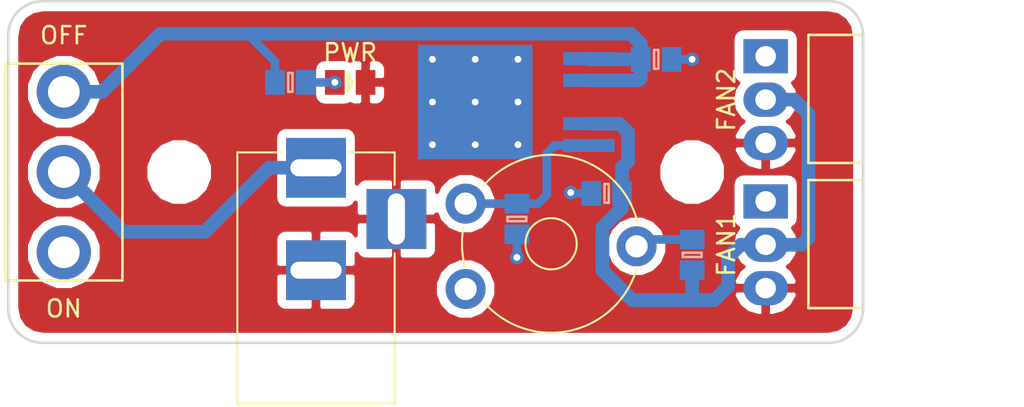
<source format=kicad_pcb>
(kicad_pcb (version 4) (host pcbnew 4.0.7-e2-6376~58~ubuntu16.04.1)

  (general
    (links 21)
    (no_connects 0)
    (area 49.924999 49.924999 100.075001 70.075001)
    (thickness 1.6)
    (drawings 8)
    (tracks 65)
    (zones 0)
    (modules 14)
    (nets 8)
  )

  (page A4)
  (layers
    (0 F.Cu signal)
    (31 B.Cu signal)
    (32 B.Adhes user)
    (33 F.Adhes user)
    (34 B.Paste user)
    (35 F.Paste user)
    (36 B.SilkS user)
    (37 F.SilkS user)
    (38 B.Mask user)
    (39 F.Mask user)
    (40 Dwgs.User user)
    (41 Cmts.User user)
    (42 Eco1.User user)
    (43 Eco2.User user)
    (44 Edge.Cuts user)
    (45 Margin user)
    (46 B.CrtYd user)
    (47 F.CrtYd user)
    (48 B.Fab user)
    (49 F.Fab user)
  )

  (setup
    (last_trace_width 0.8)
    (user_trace_width 0.5)
    (user_trace_width 0.8)
    (trace_clearance 0.25)
    (zone_clearance 0.508)
    (zone_45_only no)
    (trace_min 0.2)
    (segment_width 0.2)
    (edge_width 0.15)
    (via_size 0.8)
    (via_drill 0.4)
    (via_min_size 0.4)
    (via_min_drill 0.3)
    (uvia_size 0.3)
    (uvia_drill 0.1)
    (uvias_allowed no)
    (uvia_min_size 0.2)
    (uvia_min_drill 0.1)
    (pcb_text_width 0.3)
    (pcb_text_size 1.5 1.5)
    (mod_edge_width 0.15)
    (mod_text_size 1 1)
    (mod_text_width 0.15)
    (pad_size 6.7 6.7)
    (pad_drill 0)
    (pad_to_mask_clearance 0.2)
    (aux_axis_origin 0 0)
    (visible_elements 7FFFFF7F)
    (pcbplotparams
      (layerselection 0x00030_ffffffff)
      (usegerberextensions false)
      (excludeedgelayer true)
      (linewidth 0.100000)
      (plotframeref false)
      (viasonmask false)
      (mode 1)
      (useauxorigin false)
      (hpglpennumber 1)
      (hpglpenspeed 20)
      (hpglpendiameter 15)
      (hpglpenoverlay 2)
      (psnegative false)
      (psa4output false)
      (plotreference true)
      (plotvalue true)
      (plotinvisibletext false)
      (padsonsilk false)
      (subtractmaskfromsilk false)
      (outputformat 1)
      (mirror false)
      (drillshape 1)
      (scaleselection 1)
      (outputdirectory ""))
  )

  (net 0 "")
  (net 1 GND)
  (net 2 +12V)
  (net 3 "Net-(CON1-Pad1)")
  (net 4 "Net-(D1-Pad2)")
  (net 5 "Net-(C2-Pad1)")
  (net 6 "Net-(R3-Pad1)")
  (net 7 "Net-(R4-Pad2)")

  (net_class Default "This is the default net class."
    (clearance 0.25)
    (trace_width 0.25)
    (via_dia 0.8)
    (via_drill 0.4)
    (uvia_dia 0.3)
    (uvia_drill 0.1)
    (add_net +12V)
    (add_net GND)
    (add_net "Net-(C2-Pad1)")
    (add_net "Net-(CON1-Pad1)")
    (add_net "Net-(D1-Pad2)")
    (add_net "Net-(R3-Pad1)")
    (add_net "Net-(R4-Pad2)")
  )

  (module fan-me:A1xxxxCxxx (layer F.Cu) (tedit 5AEB53BE) (tstamp 5AE34356)
    (at 53.25 60 180)
    (path /5AE23148)
    (fp_text reference ON (at 0 -8 360) (layer F.SilkS)
      (effects (font (size 1 1) (thickness 0.15)))
    )
    (fp_text value OFF (at 0 8 360) (layer F.SilkS)
      (effects (font (size 1 1) (thickness 0.15)))
    )
    (fp_line (start -3.683 6.604) (end -3.683 -6.604) (layer F.CrtYd) (width 0.1))
    (fp_line (start 3.683 6.604) (end -3.683 6.604) (layer F.CrtYd) (width 0.1))
    (fp_line (start 3.683 -6.604) (end 3.683 6.604) (layer F.CrtYd) (width 0.1))
    (fp_line (start -3.683 -6.604) (end 3.683 -6.604) (layer F.CrtYd) (width 0.1))
    (fp_line (start -3.429 -6.35) (end 3.429 -6.35) (layer F.SilkS) (width 0.15))
    (fp_line (start -3.429 6.35) (end -3.429 -6.35) (layer F.SilkS) (width 0.15))
    (fp_line (start 3.429 6.35) (end -3.429 6.35) (layer F.SilkS) (width 0.15))
    (fp_line (start 3.429 -6.35) (end 3.429 6.35) (layer F.SilkS) (width 0.15))
    (pad 1 thru_hole circle (at 0 -4.699 180) (size 3.175 3.175) (drill 1.8542) (layers *.Cu *.Mask))
    (pad 2 thru_hole circle (at 0 0 180) (size 3.175 3.175) (drill 1.8542) (layers *.Cu *.Mask)
      (net 3 "Net-(CON1-Pad1)"))
    (pad 3 thru_hole circle (at 0 4.699 180) (size 3.175 3.175) (drill 1.8542) (layers *.Cu *.Mask)
      (net 2 +12V))
  )

  (module Connect:BARREL_JACK (layer F.Cu) (tedit 5AE8DE07) (tstamp 5ADFB2E5)
    (at 68 59.75 90)
    (descr "DC Barrel Jack")
    (tags "Power Jack")
    (path /5ADE4540)
    (fp_text reference CON1 (at -10 6 90) (layer F.SilkS) hide
      (effects (font (size 1 1) (thickness 0.15)))
    )
    (fp_text value BARREL_JACK (at -6.2 -5.5 90) (layer F.Fab) hide
      (effects (font (size 1 1) (thickness 0.15)))
    )
    (fp_line (start 0.8 -4.5) (end -13.7 -4.5) (layer F.Fab) (width 0.1))
    (fp_line (start 0.8 4.5) (end 0.8 -4.5) (layer F.Fab) (width 0.1))
    (fp_line (start -13.7 4.5) (end 0.8 4.5) (layer F.Fab) (width 0.1))
    (fp_line (start -13.7 -4.5) (end -13.7 4.5) (layer F.Fab) (width 0.1))
    (fp_line (start -10.2 -4.5) (end -10.2 4.5) (layer F.Fab) (width 0.1))
    (fp_line (start 0.9 -4.6) (end 0.9 -2) (layer F.SilkS) (width 0.12))
    (fp_line (start -13.8 -4.6) (end 0.9 -4.6) (layer F.SilkS) (width 0.12))
    (fp_line (start 0.9 4.6) (end -1 4.6) (layer F.SilkS) (width 0.12))
    (fp_line (start 0.9 1.9) (end 0.9 4.6) (layer F.SilkS) (width 0.12))
    (fp_line (start -13.8 4.6) (end -13.8 -4.6) (layer F.SilkS) (width 0.12))
    (fp_line (start -5 4.6) (end -13.8 4.6) (layer F.SilkS) (width 0.12))
    (fp_line (start -14 4.75) (end -14 -4.75) (layer F.CrtYd) (width 0.05))
    (fp_line (start -5 4.75) (end -14 4.75) (layer F.CrtYd) (width 0.05))
    (fp_line (start -5 6.75) (end -5 4.75) (layer F.CrtYd) (width 0.05))
    (fp_line (start -1 6.75) (end -5 6.75) (layer F.CrtYd) (width 0.05))
    (fp_line (start -1 4.75) (end -1 6.75) (layer F.CrtYd) (width 0.05))
    (fp_line (start 1 4.75) (end -1 4.75) (layer F.CrtYd) (width 0.05))
    (fp_line (start 1 2) (end 1 4.75) (layer F.CrtYd) (width 0.05))
    (fp_line (start 2 2) (end 1 2) (layer F.CrtYd) (width 0.05))
    (fp_line (start 2 -2) (end 2 2) (layer F.CrtYd) (width 0.05))
    (fp_line (start 1 -2) (end 2 -2) (layer F.CrtYd) (width 0.05))
    (fp_line (start 1 -4.5) (end 1 -2) (layer F.CrtYd) (width 0.05))
    (fp_line (start 1 -4.75) (end -14 -4.75) (layer F.CrtYd) (width 0.05))
    (fp_line (start 1 -4.5) (end 1 -4.75) (layer F.CrtYd) (width 0.05))
    (pad 3 thru_hole rect (at -3 4.7 90) (size 3.5 3.5) (drill oval 3 1) (layers *.Cu *.Mask)
      (net 1 GND))
    (pad 2 thru_hole rect (at -6 0 90) (size 3.5 3.5) (drill oval 1 3) (layers *.Cu *.Mask)
      (net 1 GND))
    (pad 1 thru_hole rect (at 0 0 90) (size 3.5 3.5) (drill oval 1 3) (layers *.Cu *.Mask)
      (net 3 "Net-(CON1-Pad1)"))
  )

  (module Potentiometers:Potentiometer_Trimmer_Piher_PT-10v10_Horizontal_Px10.0mm_Py5.0mm (layer F.Cu) (tedit 5AEB53EB) (tstamp 5AE2292A)
    (at 76.75 66.85)
    (descr "Potentiometer, horizontally mounted, Omeg PC16PU, Omeg PC16PU, Omeg PC16PU, Vishay/Spectrol 248GJ/249GJ Single, Vishay/Spectrol 248GJ/249GJ Single, Vishay/Spectrol 248GJ/249GJ Single, Vishay/Spectrol 248GH/249GH Single, Vishay/Spectrol 148/149 Single, Vishay/Spectrol 148/149 Single, Vishay/Spectrol 148/149 Single, Vishay/Spectrol 148A/149A Single with mounting plates, Vishay/Spectrol 148/149 Double, Vishay/Spectrol 148A/149A Double with mounting plates, Piher PC-16 Single, Piher PC-16 Single, Piher PC-16 Single, Piher PC-16SV Single, Piher PC-16 Double, Piher PC-16 Triple, Piher T16H Single, Piher T16L Single, Piher T16H Double, Alps RK163 Single, Alps RK163 Double, Alps RK097 Single, Alps RK097 Double, Bourns PTV09A-2 Single with mounting sleve Single, Bourns PTV09A-1 with mounting sleve Single, Bourns PRS11S Single, Alps RK09K Single with mounting sleve Single, Alps RK09K with mounting sleve Single, Alps RK09L Single, Alps RK09L Single, Alps RK09L Double, Alps RK09L Double, Alps RK09Y Single, Bourns 3339S Single, Bourns 3339S Single, Bourns 3339P Single, Bourns 3339H Single, Vishay T7YA Single, Suntan TSR-3386H Single, Suntan TSR-3386H Single, Suntan TSR-3386P Single, Vishay T73XX Single, Vishay T73XX Single, Vishay T73YP Single, Piher PT-6h Single, Piher PT-6v Single, Piher PT-6v Single, Piher PT-10h2.5 Single, Piher PT-10h5 Single, Piher PT-101h3.8 Single, Piher PT-10v10 Single, http://www.piher-nacesa.com/pdf/12-PT10v03.pdf")
    (tags "Potentiometer horizontal  Omeg PC16PU  Omeg PC16PU  Omeg PC16PU  Vishay/Spectrol 248GJ/249GJ Single  Vishay/Spectrol 248GJ/249GJ Single  Vishay/Spectrol 248GJ/249GJ Single  Vishay/Spectrol 248GH/249GH Single  Vishay/Spectrol 148/149 Single  Vishay/Spectrol 148/149 Single  Vishay/Spectrol 148/149 Single  Vishay/Spectrol 148A/149A Single with mounting plates  Vishay/Spectrol 148/149 Double  Vishay/Spectrol 148A/149A Double with mounting plates  Piher PC-16 Single  Piher PC-16 Single  Piher PC-16 Single  Piher PC-16SV Single  Piher PC-16 Double  Piher PC-16 Triple  Piher T16H Single  Piher T16L Single  Piher T16H Double  Alps RK163 Single  Alps RK163 Double  Alps RK097 Single  Alps RK097 Double  Bourns PTV09A-2 Single with mounting sleve Single  Bourns PTV09A-1 with mounting sleve Single  Bourns PRS11S Single  Alps RK09K Single with mounting sleve Single  Alps RK09K with mounting sleve Single  Alps RK09L Single  Alps RK09L Single  Alps RK09L Double  Alps RK09L Double  Alps RK09Y Single  Bourns 3339S Single  Bourns 3339S Single  Bourns 3339P Single  Bourns 3339H Single  Vishay T7YA Single  Suntan TSR-3386H Single  Suntan TSR-3386H Single  Suntan TSR-3386P Single  Vishay T73XX Single  Vishay T73XX Single  Vishay T73YP Single  Piher PT-6h Single  Piher PT-6v Single  Piher PT-6v Single  Piher PT-10h2.5 Single  Piher PT-10h5 Single  Piher PT-101h3.8 Single  Piher PT-10v10 Single")
    (path /5ADE5F10)
    (fp_text reference RV1 (at 5 -9.05) (layer F.SilkS) hide
      (effects (font (size 1 1) (thickness 0.15)))
    )
    (fp_text value 220k (at 5 3.75) (layer F.Fab) hide
      (effects (font (size 1 1) (thickness 0.15)))
    )
    (fp_arc (start 5 -2.65) (end 5 2.56) (angle -74) (layer F.SilkS) (width 0.12))
    (fp_arc (start 5 -2.65) (end 10.077 -3.821) (angle -127) (layer F.SilkS) (width 0.12))
    (fp_arc (start 5 -2.65) (end -0.115 -3.644) (angle -26) (layer F.SilkS) (width 0.12))
    (fp_arc (start 5 -2.65) (end 1.128 0.836) (angle -49) (layer F.SilkS) (width 0.12))
    (fp_circle (center 5 -2.65) (end 10.15 -2.65) (layer F.Fab) (width 0.1))
    (fp_circle (center 5 -2.65) (end 6.75 -2.65) (layer F.Fab) (width 0.1))
    (fp_circle (center 5 -2.65) (end 6.5 -2.65) (layer F.Fab) (width 0.1))
    (fp_circle (center 5 -2.65) (end 6.5 -2.65) (layer F.SilkS) (width 0.12))
    (fp_line (start -1.45 -8.05) (end -1.45 2.75) (layer F.CrtYd) (width 0.05))
    (fp_line (start -1.45 2.75) (end 11.45 2.75) (layer F.CrtYd) (width 0.05))
    (fp_line (start 11.45 2.75) (end 11.45 -8.05) (layer F.CrtYd) (width 0.05))
    (fp_line (start 11.45 -8.05) (end -1.45 -8.05) (layer F.CrtYd) (width 0.05))
    (pad 3 thru_hole circle (at 0 -5) (size 2.34 2.34) (drill 1.3) (layers *.Cu *.Mask)
      (net 6 "Net-(R3-Pad1)"))
    (pad 2 thru_hole circle (at 10 -2.5) (size 2.34 2.34) (drill 1.3) (layers *.Cu *.Mask)
      (net 7 "Net-(R4-Pad2)"))
    (pad 1 thru_hole circle (at 0 0) (size 2.34 2.34) (drill 1.3) (layers *.Cu *.Mask))
    (model Potentiometers.3dshapes/Potentiometer_Trimmer_Piher_PT-10v10_Horizontal_Px10.0mm_Py5.0mm.wrl
      (at (xyz 0 0 0))
      (scale (xyz 0.393701 0.393701 0.393701))
      (rotate (xyz 0 0 0))
    )
  )

  (module agg:0805 (layer B.Cu) (tedit 5AE8E012) (tstamp 5AEAB827)
    (at 87.9 53.4)
    (path /5AE8DA42)
    (fp_text reference C1 (at -2.425 0 90) (layer B.Fab) hide
      (effects (font (size 1 1) (thickness 0.15)) (justify mirror))
    )
    (fp_text value 1u (at 2.425 0 90) (layer B.Fab) hide
      (effects (font (size 1 1) (thickness 0.15)) (justify mirror))
    )
    (fp_line (start -1 0.625) (end 1 0.625) (layer B.Fab) (width 0.01))
    (fp_line (start 1 0.625) (end 1 -0.625) (layer B.Fab) (width 0.01))
    (fp_line (start 1 -0.625) (end -1 -0.625) (layer B.Fab) (width 0.01))
    (fp_line (start -1 -0.625) (end -1 0.625) (layer B.Fab) (width 0.01))
    (fp_line (start -0.5 0.625) (end -0.5 -0.625) (layer B.Fab) (width 0.01))
    (fp_line (start 0.5 0.625) (end 0.5 -0.625) (layer B.Fab) (width 0.01))
    (fp_line (start -0.125 0.55) (end 0.125 0.55) (layer B.SilkS) (width 0.15))
    (fp_line (start 0.125 0.55) (end 0.125 -0.55) (layer B.SilkS) (width 0.15))
    (fp_line (start 0.125 -0.55) (end -0.125 -0.55) (layer B.SilkS) (width 0.15))
    (fp_line (start -0.125 -0.55) (end -0.125 0.55) (layer B.SilkS) (width 0.15))
    (fp_line (start -1.75 1) (end 1.75 1) (layer B.CrtYd) (width 0.01))
    (fp_line (start 1.75 1) (end 1.75 -1) (layer B.CrtYd) (width 0.01))
    (fp_line (start 1.75 -1) (end -1.75 -1) (layer B.CrtYd) (width 0.01))
    (fp_line (start -1.75 -1) (end -1.75 1) (layer B.CrtYd) (width 0.01))
    (pad 1 smd rect (at -0.9 0) (size 1.15 1.45) (layers B.Cu B.Paste B.Mask)
      (net 2 +12V))
    (pad 2 smd rect (at 0.9 0) (size 1.15 1.45) (layers B.Cu B.Paste B.Mask)
      (net 1 GND))
    (model ${KISYS3DMOD}/Resistors_SMD.3dshapes/R_0805.wrl
      (at (xyz 0 0 0))
      (scale (xyz 1 1 1))
      (rotate (xyz 0 0 0))
    )
  )

  (module agg:0805 (layer B.Cu) (tedit 57654490) (tstamp 5AEAB83B)
    (at 85 61.25 180)
    (path /5AE8D9EF)
    (fp_text reference C2 (at -2.425 0 450) (layer B.Fab)
      (effects (font (size 1 1) (thickness 0.15)) (justify mirror))
    )
    (fp_text value 2u2 (at 2.425 0 450) (layer B.Fab)
      (effects (font (size 1 1) (thickness 0.15)) (justify mirror))
    )
    (fp_line (start -1 0.625) (end 1 0.625) (layer B.Fab) (width 0.01))
    (fp_line (start 1 0.625) (end 1 -0.625) (layer B.Fab) (width 0.01))
    (fp_line (start 1 -0.625) (end -1 -0.625) (layer B.Fab) (width 0.01))
    (fp_line (start -1 -0.625) (end -1 0.625) (layer B.Fab) (width 0.01))
    (fp_line (start -0.5 0.625) (end -0.5 -0.625) (layer B.Fab) (width 0.01))
    (fp_line (start 0.5 0.625) (end 0.5 -0.625) (layer B.Fab) (width 0.01))
    (fp_line (start -0.125 0.55) (end 0.125 0.55) (layer B.SilkS) (width 0.15))
    (fp_line (start 0.125 0.55) (end 0.125 -0.55) (layer B.SilkS) (width 0.15))
    (fp_line (start 0.125 -0.55) (end -0.125 -0.55) (layer B.SilkS) (width 0.15))
    (fp_line (start -0.125 -0.55) (end -0.125 0.55) (layer B.SilkS) (width 0.15))
    (fp_line (start -1.75 1) (end 1.75 1) (layer B.CrtYd) (width 0.01))
    (fp_line (start 1.75 1) (end 1.75 -1) (layer B.CrtYd) (width 0.01))
    (fp_line (start 1.75 -1) (end -1.75 -1) (layer B.CrtYd) (width 0.01))
    (fp_line (start -1.75 -1) (end -1.75 1) (layer B.CrtYd) (width 0.01))
    (pad 1 smd rect (at -0.9 0 180) (size 1.15 1.45) (layers B.Cu B.Paste B.Mask)
      (net 5 "Net-(C2-Pad1)"))
    (pad 2 smd rect (at 0.9 0 180) (size 1.15 1.45) (layers B.Cu B.Paste B.Mask)
      (net 1 GND))
    (model ${KISYS3DMOD}/Resistors_SMD.3dshapes/R_0805.wrl
      (at (xyz 0 0 0))
      (scale (xyz 1 1 1))
      (rotate (xyz 0 0 0))
    )
  )

  (module agg:0805-LED (layer F.Cu) (tedit 5AEB53D9) (tstamp 5AEAB83C)
    (at 70 54.75 180)
    (path /5ADE69DB)
    (fp_text reference PWR (at 0 1.75 360) (layer F.SilkS)
      (effects (font (size 1 1) (thickness 0.15)))
    )
    (fp_text value Led_Small (at 2.425 0 270) (layer F.Fab) hide
      (effects (font (size 1 1) (thickness 0.15)))
    )
    (fp_line (start -1 -0.625) (end 1 -0.625) (layer F.Fab) (width 0.01))
    (fp_line (start 1 -0.625) (end 1 0.625) (layer F.Fab) (width 0.01))
    (fp_line (start 1 0.625) (end -1 0.625) (layer F.Fab) (width 0.01))
    (fp_line (start -1 0.625) (end -1 -0.625) (layer F.Fab) (width 0.01))
    (fp_line (start -0.5 -0.625) (end -0.5 0.625) (layer F.Fab) (width 0.01))
    (fp_line (start -0.5 -0.625) (end -0.5 0.625) (layer F.Fab) (width 0.01))
    (fp_line (start 0.5 -0.625) (end 0.5 0.625) (layer F.Fab) (width 0.01))
    (fp_line (start -0.125 0) (end 0.125 -0.55) (layer F.SilkS) (width 0.15))
    (fp_line (start -0.125 0) (end 0.125 0.55) (layer F.SilkS) (width 0.15))
    (fp_line (start 0.125 -0.55) (end 0.125 0.55) (layer F.SilkS) (width 0.15))
    (fp_line (start -1.75 -1) (end 1.75 -1) (layer F.CrtYd) (width 0.01))
    (fp_line (start 1.75 -1) (end 1.75 1) (layer F.CrtYd) (width 0.01))
    (fp_line (start 1.75 1) (end -1.75 1) (layer F.CrtYd) (width 0.01))
    (fp_line (start -1.75 1) (end -1.75 -1) (layer F.CrtYd) (width 0.01))
    (pad 1 smd rect (at -0.9 0 180) (size 1.15 1.45) (layers F.Cu F.Paste F.Mask)
      (net 1 GND))
    (pad 2 smd rect (at 0.9 0 180) (size 1.15 1.45) (layers F.Cu F.Paste F.Mask)
      (net 4 "Net-(D1-Pad2)"))
    (model ${KISYS3DMOD}/LEDs.3dshapes/LED_0805.wrl
      (at (xyz -0.006 0 0))
      (scale (xyz 1 1 1))
      (rotate (xyz 0 0 0))
    )
  )

  (module agg:0805 (layer B.Cu) (tedit 57654490) (tstamp 5AEAB84F)
    (at 66.5 54.75)
    (path /5ADE6A41)
    (fp_text reference R1 (at -2.425 0 270) (layer B.Fab)
      (effects (font (size 1 1) (thickness 0.15)) (justify mirror))
    )
    (fp_text value 1k (at 2.425 0 270) (layer B.Fab)
      (effects (font (size 1 1) (thickness 0.15)) (justify mirror))
    )
    (fp_line (start -1 0.625) (end 1 0.625) (layer B.Fab) (width 0.01))
    (fp_line (start 1 0.625) (end 1 -0.625) (layer B.Fab) (width 0.01))
    (fp_line (start 1 -0.625) (end -1 -0.625) (layer B.Fab) (width 0.01))
    (fp_line (start -1 -0.625) (end -1 0.625) (layer B.Fab) (width 0.01))
    (fp_line (start -0.5 0.625) (end -0.5 -0.625) (layer B.Fab) (width 0.01))
    (fp_line (start 0.5 0.625) (end 0.5 -0.625) (layer B.Fab) (width 0.01))
    (fp_line (start -0.125 0.55) (end 0.125 0.55) (layer B.SilkS) (width 0.15))
    (fp_line (start 0.125 0.55) (end 0.125 -0.55) (layer B.SilkS) (width 0.15))
    (fp_line (start 0.125 -0.55) (end -0.125 -0.55) (layer B.SilkS) (width 0.15))
    (fp_line (start -0.125 -0.55) (end -0.125 0.55) (layer B.SilkS) (width 0.15))
    (fp_line (start -1.75 1) (end 1.75 1) (layer B.CrtYd) (width 0.01))
    (fp_line (start 1.75 1) (end 1.75 -1) (layer B.CrtYd) (width 0.01))
    (fp_line (start 1.75 -1) (end -1.75 -1) (layer B.CrtYd) (width 0.01))
    (fp_line (start -1.75 -1) (end -1.75 1) (layer B.CrtYd) (width 0.01))
    (pad 1 smd rect (at -0.9 0) (size 1.15 1.45) (layers B.Cu B.Paste B.Mask)
      (net 2 +12V))
    (pad 2 smd rect (at 0.9 0) (size 1.15 1.45) (layers B.Cu B.Paste B.Mask)
      (net 4 "Net-(D1-Pad2)"))
    (model ${KISYS3DMOD}/Resistors_SMD.3dshapes/R_0805.wrl
      (at (xyz 0 0 0))
      (scale (xyz 1 1 1))
      (rotate (xyz 0 0 0))
    )
  )

  (module agg:0805 (layer B.Cu) (tedit 57654490) (tstamp 5AEAB862)
    (at 79.75 62.75 270)
    (path /5AE37B13)
    (fp_text reference R3 (at -2.425 0 540) (layer B.Fab)
      (effects (font (size 1 1) (thickness 0.15)) (justify mirror))
    )
    (fp_text value 30k (at 2.425 0 540) (layer B.Fab)
      (effects (font (size 1 1) (thickness 0.15)) (justify mirror))
    )
    (fp_line (start -1 0.625) (end 1 0.625) (layer B.Fab) (width 0.01))
    (fp_line (start 1 0.625) (end 1 -0.625) (layer B.Fab) (width 0.01))
    (fp_line (start 1 -0.625) (end -1 -0.625) (layer B.Fab) (width 0.01))
    (fp_line (start -1 -0.625) (end -1 0.625) (layer B.Fab) (width 0.01))
    (fp_line (start -0.5 0.625) (end -0.5 -0.625) (layer B.Fab) (width 0.01))
    (fp_line (start 0.5 0.625) (end 0.5 -0.625) (layer B.Fab) (width 0.01))
    (fp_line (start -0.125 0.55) (end 0.125 0.55) (layer B.SilkS) (width 0.15))
    (fp_line (start 0.125 0.55) (end 0.125 -0.55) (layer B.SilkS) (width 0.15))
    (fp_line (start 0.125 -0.55) (end -0.125 -0.55) (layer B.SilkS) (width 0.15))
    (fp_line (start -0.125 -0.55) (end -0.125 0.55) (layer B.SilkS) (width 0.15))
    (fp_line (start -1.75 1) (end 1.75 1) (layer B.CrtYd) (width 0.01))
    (fp_line (start 1.75 1) (end 1.75 -1) (layer B.CrtYd) (width 0.01))
    (fp_line (start 1.75 -1) (end -1.75 -1) (layer B.CrtYd) (width 0.01))
    (fp_line (start -1.75 -1) (end -1.75 1) (layer B.CrtYd) (width 0.01))
    (pad 1 smd rect (at -0.9 0 270) (size 1.15 1.45) (layers B.Cu B.Paste B.Mask)
      (net 6 "Net-(R3-Pad1)"))
    (pad 2 smd rect (at 0.9 0 270) (size 1.15 1.45) (layers B.Cu B.Paste B.Mask)
      (net 1 GND))
    (model ${KISYS3DMOD}/Resistors_SMD.3dshapes/R_0805.wrl
      (at (xyz 0 0 0))
      (scale (xyz 1 1 1))
      (rotate (xyz 0 0 0))
    )
  )

  (module agg:0805 (layer B.Cu) (tedit 57654490) (tstamp 5AEAB875)
    (at 90 64.85 90)
    (path /5AE239DB)
    (fp_text reference R4 (at -2.425 0 360) (layer B.Fab)
      (effects (font (size 1 1) (thickness 0.15)) (justify mirror))
    )
    (fp_text value 200k (at 2.425 0 360) (layer B.Fab)
      (effects (font (size 1 1) (thickness 0.15)) (justify mirror))
    )
    (fp_line (start -1 0.625) (end 1 0.625) (layer B.Fab) (width 0.01))
    (fp_line (start 1 0.625) (end 1 -0.625) (layer B.Fab) (width 0.01))
    (fp_line (start 1 -0.625) (end -1 -0.625) (layer B.Fab) (width 0.01))
    (fp_line (start -1 -0.625) (end -1 0.625) (layer B.Fab) (width 0.01))
    (fp_line (start -0.5 0.625) (end -0.5 -0.625) (layer B.Fab) (width 0.01))
    (fp_line (start 0.5 0.625) (end 0.5 -0.625) (layer B.Fab) (width 0.01))
    (fp_line (start -0.125 0.55) (end 0.125 0.55) (layer B.SilkS) (width 0.15))
    (fp_line (start 0.125 0.55) (end 0.125 -0.55) (layer B.SilkS) (width 0.15))
    (fp_line (start 0.125 -0.55) (end -0.125 -0.55) (layer B.SilkS) (width 0.15))
    (fp_line (start -0.125 -0.55) (end -0.125 0.55) (layer B.SilkS) (width 0.15))
    (fp_line (start -1.75 1) (end 1.75 1) (layer B.CrtYd) (width 0.01))
    (fp_line (start 1.75 1) (end 1.75 -1) (layer B.CrtYd) (width 0.01))
    (fp_line (start 1.75 -1) (end -1.75 -1) (layer B.CrtYd) (width 0.01))
    (fp_line (start -1.75 -1) (end -1.75 1) (layer B.CrtYd) (width 0.01))
    (pad 1 smd rect (at -0.9 0 90) (size 1.15 1.45) (layers B.Cu B.Paste B.Mask)
      (net 5 "Net-(C2-Pad1)"))
    (pad 2 smd rect (at 0.9 0 90) (size 1.15 1.45) (layers B.Cu B.Paste B.Mask)
      (net 7 "Net-(R4-Pad2)"))
    (model ${KISYS3DMOD}/Resistors_SMD.3dshapes/R_0805.wrl
      (at (xyz 0 0 0))
      (scale (xyz 1 1 1))
      (rotate (xyz 0 0 0))
    )
  )

  (module fan-me:PPAK (layer B.Cu) (tedit 5AEB623C) (tstamp 5AEAB956)
    (at 82.461934 55.899242 270)
    (path /5AE8D760)
    (fp_text reference U1 (at 0 -6.35 270) (layer B.SilkS) hide
      (effects (font (size 1 1) (thickness 0.15)) (justify mirror))
    )
    (fp_text value LDFPT-TR (at 0 9.779 270) (layer B.Fab) hide
      (effects (font (size 1 1) (thickness 0.15)) (justify mirror))
    )
    (fp_line (start -3.81 -3.429) (end -3.81 8.89) (layer B.CrtYd) (width 0.1))
    (fp_line (start 3.81 -3.429) (end -3.81 -3.429) (layer B.CrtYd) (width 0.1))
    (fp_line (start 3.81 8.89) (end 3.81 -3.429) (layer B.CrtYd) (width 0.1))
    (fp_line (start -3.81 8.89) (end 3.81 8.89) (layer B.CrtYd) (width 0.1))
    (pad 3 smd rect (at 0 5.15 270) (size 6.7 6.7) (layers B.Cu B.Paste B.Mask)
      (net 1 GND))
    (pad 1 smd rect (at -2.54 -1.5 270) (size 0.76 3) (layers B.Cu B.Paste B.Mask)
      (net 2 +12V))
    (pad 2 smd rect (at -1.27 -1.5 270) (size 0.76 3) (layers B.Cu B.Paste B.Mask)
      (net 2 +12V))
    (pad 4 smd rect (at 1.27 -1.5 270) (size 0.76 3) (layers B.Cu B.Paste B.Mask)
      (net 5 "Net-(C2-Pad1)"))
    (pad 5 smd rect (at 2.54 -1.5 270) (size 0.76 3) (layers B.Cu B.Paste B.Mask)
      (net 6 "Net-(R3-Pad1)"))
  )

  (module Mounting_Holes:MountingHole_2.7mm_M2.5 (layer F.Cu) (tedit 5AF0BED6) (tstamp 5AEBBFDA)
    (at 90 60)
    (descr "Mounting Hole 2.7mm, no annular, M2.5")
    (tags "mounting hole 2.7mm no annular m2.5")
    (attr virtual)
    (fp_text reference REF** (at 0 -3.7) (layer F.SilkS) hide
      (effects (font (size 1 1) (thickness 0.15)))
    )
    (fp_text value MountingHole_3.2mm_M3 (at 0 3.7) (layer F.Fab) hide
      (effects (font (size 1 1) (thickness 0.15)))
    )
    (fp_text user %R (at 0.3 0) (layer F.Fab) hide
      (effects (font (size 1 1) (thickness 0.15)))
    )
    (fp_circle (center 0 0) (end 2.7 0) (layer Cmts.User) (width 0.15))
    (fp_circle (center 0 0) (end 2.95 0) (layer F.CrtYd) (width 0.05))
    (pad 1 np_thru_hole circle (at 0 0) (size 2.7 2.7) (drill 2.7) (layers *.Cu *.Mask))
  )

  (module Mounting_Holes:MountingHole_2.7mm_M2.5 (layer F.Cu) (tedit 5AF0BEE8) (tstamp 5AEBC006)
    (at 60 60)
    (descr "Mounting Hole 2.7mm, no annular, M2.5")
    (tags "mounting hole 2.7mm no annular m2.5")
    (attr virtual)
    (fp_text reference REF** (at 0 -3.7) (layer F.SilkS) hide
      (effects (font (size 1 1) (thickness 0.15)))
    )
    (fp_text value MountingHole_3.2mm_M3 (at 0 3.7) (layer F.Fab) hide
      (effects (font (size 1 1) (thickness 0.15)))
    )
    (fp_text user %R (at 0.3 0) (layer F.Fab) hide
      (effects (font (size 1 1) (thickness 0.15)))
    )
    (fp_circle (center 0 0) (end 2.7 0) (layer Cmts.User) (width 0.15))
    (fp_circle (center 0 0) (end 2.95 0) (layer F.CrtYd) (width 0.05))
    (pad 1 np_thru_hole circle (at 0 0) (size 2.7 2.7) (drill 2.7) (layers *.Cu *.Mask))
  )

  (module fan-me:Molex_KK-6410-03_03x2.54mm_Angle (layer F.Cu) (tedit 5AF18430) (tstamp 5AE22929)
    (at 94.3 61.72 270)
    (descr "Connector Headers with Friction Lock, 22-27-2031, http://www.molex.com/pdm_docs/sd/022272021_sd.pdf")
    (tags "connector molex kk_6410 22-27-2031")
    (path /5AE224FF)
    (fp_text reference J2 (at 1 -4.5 270) (layer F.SilkS) hide
      (effects (font (size 1 1) (thickness 0.15)))
    )
    (fp_text value FAN1 (at 2.54 2.3 270) (layer F.SilkS)
      (effects (font (size 1 1) (thickness 0.15)))
    )
    (fp_line (start 5.04 -13.2) (end 4.99 -14.2) (layer F.Fab) (width 0.15))
    (fp_line (start 5.04 -13.2) (end 5.04 -5.7) (layer F.Fab) (width 0.15))
    (fp_line (start 0.09 -14.2) (end 4.99 -14.2) (layer F.Fab) (width 0.15))
    (fp_line (start 0.04 -5.7) (end 0.04 -13.2) (layer F.Fab) (width 0.15))
    (fp_line (start 0.3 -12.7) (end 0.3 -5.7) (layer F.Fab) (width 0.15))
    (fp_line (start -0.3 -12.7) (end 0.3 -12.7) (layer F.Fab) (width 0.15))
    (fp_line (start -0.3 -5.7) (end -0.3 -12.7) (layer F.Fab) (width 0.15))
    (fp_line (start 6.25 -2.5) (end -1.25 -2.5) (layer F.Fab) (width 0.15))
    (fp_line (start 6.25 -5.7) (end 6.25 -2.5) (layer F.Fab) (width 0.15))
    (fp_line (start -1.25 -5.7) (end 6.25 -5.7) (layer F.Fab) (width 0.15))
    (fp_line (start -1.25 -2.5) (end -1.25 -5.7) (layer F.Fab) (width 0.15))
    (fp_line (start -0.3 0.3) (end -0.3 -2.5) (layer F.Fab) (width 0.15))
    (fp_line (start 0.3 0.3) (end 0.3 -2.5) (layer F.Fab) (width 0.15))
    (fp_line (start -0.3 0.3) (end 0.3 0.3) (layer F.Fab) (width 0.15))
    (fp_line (start -1.25 -5.7) (end -1.25 -2.5) (layer F.SilkS) (width 0.15))
    (fp_line (start 6.25 -5.7) (end -1.25 -5.7) (layer F.SilkS) (width 0.15))
    (fp_line (start 6.25 -2.5) (end 6.25 -5.7) (layer F.SilkS) (width 0.15))
    (fp_line (start -1.25 -2.5) (end 6.25 -2.5) (layer F.SilkS) (width 0.15))
    (fp_line (start -1.9 2.2) (end -1.9 -15.1) (layer F.CrtYd) (width 0.05))
    (fp_line (start -1.9 -15.1) (end 7 -15.1) (layer F.CrtYd) (width 0.05))
    (fp_line (start 7 -15.1) (end 7 2.2) (layer F.CrtYd) (width 0.05))
    (fp_line (start 7 2.2) (end -1.9 2.2) (layer F.CrtYd) (width 0.05))
    (fp_line (start 2.24 0.3) (end 2.24 -2.5) (layer F.Fab) (width 0.15))
    (fp_line (start 2.84 0.3) (end 2.84 -2.5) (layer F.Fab) (width 0.15))
    (fp_line (start 2.24 0.3) (end 2.84 0.3) (layer F.Fab) (width 0.15))
    (fp_line (start 4.78 0.3) (end 4.78 -2.5) (layer F.Fab) (width 0.15))
    (fp_line (start 5.38 0.3) (end 5.38 -2.5) (layer F.Fab) (width 0.15))
    (fp_line (start 4.78 0.3) (end 5.38 0.3) (layer F.Fab) (width 0.15))
    (fp_line (start 2.24 -12.7) (end 2.84 -12.7) (layer F.Fab) (width 0.15))
    (fp_line (start 2.24 -5.7) (end 2.24 -12.7) (layer F.Fab) (width 0.15))
    (fp_line (start 2.84 -12.7) (end 2.84 -5.7) (layer F.Fab) (width 0.15))
    (fp_line (start 4.78 -12.7) (end 5.38 -12.7) (layer F.Fab) (width 0.15))
    (fp_line (start 4.78 -5.7) (end 4.78 -12.7) (layer F.Fab) (width 0.15))
    (fp_line (start 5.38 -12.7) (end 5.38 -5.7) (layer F.Fab) (width 0.15))
    (fp_line (start 0.04 -13.2) (end 0.09 -14.2) (layer F.Fab) (width 0.15))
    (pad 1 thru_hole rect (at 0 0 270) (size 2 2.6) (drill 1.2) (layers *.Cu *.Mask))
    (pad 2 thru_hole oval (at 2.54 0 270) (size 2 2.6) (drill 1.2) (layers *.Cu *.Mask)
      (net 5 "Net-(C2-Pad1)"))
    (pad 3 thru_hole oval (at 5.08 0 270) (size 2 2.6) (drill 1.2) (layers *.Cu *.Mask)
      (net 1 GND))
  )

  (module fan-me:Molex_KK-6410-03_03x2.54mm_Angle (layer F.Cu) (tedit 5AF18421) (tstamp 5AE22904)
    (at 94.3 53.22 270)
    (descr "Connector Headers with Friction Lock, 22-27-2031, http://www.molex.com/pdm_docs/sd/022272021_sd.pdf")
    (tags "connector molex kk_6410 22-27-2031")
    (path /5AE22544)
    (fp_text reference J1 (at 1 -4.5 270) (layer F.SilkS) hide
      (effects (font (size 1 1) (thickness 0.15)))
    )
    (fp_text value FAN2 (at 2.54 2.3 270) (layer F.SilkS)
      (effects (font (size 1 1) (thickness 0.15)))
    )
    (fp_line (start 5.04 -13.2) (end 4.99 -14.2) (layer F.Fab) (width 0.15))
    (fp_line (start 5.04 -13.2) (end 5.04 -5.7) (layer F.Fab) (width 0.15))
    (fp_line (start 0.09 -14.2) (end 4.99 -14.2) (layer F.Fab) (width 0.15))
    (fp_line (start 0.04 -5.7) (end 0.04 -13.2) (layer F.Fab) (width 0.15))
    (fp_line (start 0.3 -12.7) (end 0.3 -5.7) (layer F.Fab) (width 0.15))
    (fp_line (start -0.3 -12.7) (end 0.3 -12.7) (layer F.Fab) (width 0.15))
    (fp_line (start -0.3 -5.7) (end -0.3 -12.7) (layer F.Fab) (width 0.15))
    (fp_line (start 6.25 -2.5) (end -1.25 -2.5) (layer F.Fab) (width 0.15))
    (fp_line (start 6.25 -5.7) (end 6.25 -2.5) (layer F.Fab) (width 0.15))
    (fp_line (start -1.25 -5.7) (end 6.25 -5.7) (layer F.Fab) (width 0.15))
    (fp_line (start -1.25 -2.5) (end -1.25 -5.7) (layer F.Fab) (width 0.15))
    (fp_line (start -0.3 0.3) (end -0.3 -2.5) (layer F.Fab) (width 0.15))
    (fp_line (start 0.3 0.3) (end 0.3 -2.5) (layer F.Fab) (width 0.15))
    (fp_line (start -0.3 0.3) (end 0.3 0.3) (layer F.Fab) (width 0.15))
    (fp_line (start -1.25 -5.7) (end -1.25 -2.5) (layer F.SilkS) (width 0.15))
    (fp_line (start 6.25 -5.7) (end -1.25 -5.7) (layer F.SilkS) (width 0.15))
    (fp_line (start 6.25 -2.5) (end 6.25 -5.7) (layer F.SilkS) (width 0.15))
    (fp_line (start -1.25 -2.5) (end 6.25 -2.5) (layer F.SilkS) (width 0.15))
    (fp_line (start -1.9 2.2) (end -1.9 -15.1) (layer F.CrtYd) (width 0.05))
    (fp_line (start -1.9 -15.1) (end 7 -15.1) (layer F.CrtYd) (width 0.05))
    (fp_line (start 7 -15.1) (end 7 2.2) (layer F.CrtYd) (width 0.05))
    (fp_line (start 7 2.2) (end -1.9 2.2) (layer F.CrtYd) (width 0.05))
    (fp_line (start 2.24 0.3) (end 2.24 -2.5) (layer F.Fab) (width 0.15))
    (fp_line (start 2.84 0.3) (end 2.84 -2.5) (layer F.Fab) (width 0.15))
    (fp_line (start 2.24 0.3) (end 2.84 0.3) (layer F.Fab) (width 0.15))
    (fp_line (start 4.78 0.3) (end 4.78 -2.5) (layer F.Fab) (width 0.15))
    (fp_line (start 5.38 0.3) (end 5.38 -2.5) (layer F.Fab) (width 0.15))
    (fp_line (start 4.78 0.3) (end 5.38 0.3) (layer F.Fab) (width 0.15))
    (fp_line (start 2.24 -12.7) (end 2.84 -12.7) (layer F.Fab) (width 0.15))
    (fp_line (start 2.24 -5.7) (end 2.24 -12.7) (layer F.Fab) (width 0.15))
    (fp_line (start 2.84 -12.7) (end 2.84 -5.7) (layer F.Fab) (width 0.15))
    (fp_line (start 4.78 -12.7) (end 5.38 -12.7) (layer F.Fab) (width 0.15))
    (fp_line (start 4.78 -5.7) (end 4.78 -12.7) (layer F.Fab) (width 0.15))
    (fp_line (start 5.38 -12.7) (end 5.38 -5.7) (layer F.Fab) (width 0.15))
    (fp_line (start 0.04 -13.2) (end 0.09 -14.2) (layer F.Fab) (width 0.15))
    (pad 1 thru_hole rect (at 0 0 270) (size 2 2.6) (drill 1.2) (layers *.Cu *.Mask))
    (pad 2 thru_hole oval (at 2.54 0 270) (size 2 2.6) (drill 1.2) (layers *.Cu *.Mask)
      (net 5 "Net-(C2-Pad1)"))
    (pad 3 thru_hole oval (at 5.08 0 270) (size 2 2.6) (drill 1.2) (layers *.Cu *.Mask)
      (net 1 GND))
  )

  (gr_arc (start 52 52) (end 50 52) (angle 90) (layer Edge.Cuts) (width 0.15))
  (gr_arc (start 52 68) (end 52 70) (angle 90) (layer Edge.Cuts) (width 0.15))
  (gr_line (start 98 70) (end 52 70) (layer Edge.Cuts) (width 0.15))
  (gr_arc (start 98 68) (end 100 68) (angle 90) (layer Edge.Cuts) (width 0.15))
  (gr_arc (start 98 52) (end 98 50) (angle 90) (layer Edge.Cuts) (width 0.15))
  (gr_line (start 50 68) (end 50 52) (layer Edge.Cuts) (width 0.15))
  (gr_line (start 100 52) (end 100 68) (layer Edge.Cuts) (width 0.15))
  (gr_line (start 52 50) (end 98 50) (layer Edge.Cuts) (width 0.15))

  (segment (start 79.75 63.65) (end 79.75 65) (width 0.5) (layer B.Cu) (net 1))
  (via (at 79.75 65) (size 0.8) (drill 0.4) (layers F.Cu B.Cu) (net 1))
  (segment (start 84.1 61.25) (end 82.95 61.25) (width 0.5) (layer B.Cu) (net 1))
  (segment (start 82.95 61.25) (end 82.9 61.2) (width 0.5) (layer B.Cu) (net 1))
  (via (at 82.9 61.2) (size 0.8) (drill 0.4) (layers F.Cu B.Cu) (net 1))
  (segment (start 88.8 53.4) (end 90 53.4) (width 0.5) (layer B.Cu) (net 1))
  (via (at 90 53.4) (size 0.8) (drill 0.4) (layers F.Cu B.Cu) (net 1))
  (via (at 74.811934 53.399242) (size 0.8) (drill 0.4) (layers F.Cu B.Cu) (net 1) (tstamp 5AEBC4B3))
  (via (at 74.811934 55.899242) (size 0.8) (drill 0.4) (layers F.Cu B.Cu) (net 1) (tstamp 5AEBC4B2))
  (via (at 74.811934 58.399242) (size 0.8) (drill 0.4) (layers F.Cu B.Cu) (net 1) (tstamp 5AEBC4B1))
  (via (at 77.311934 58.399242) (size 0.8) (drill 0.4) (layers F.Cu B.Cu) (net 1) (tstamp 5AEBC4B0))
  (via (at 79.811934 58.399242) (size 0.8) (drill 0.4) (layers F.Cu B.Cu) (net 1) (tstamp 5AEBC4AF))
  (via (at 79.811934 55.899242) (size 0.8) (drill 0.4) (layers F.Cu B.Cu) (net 1) (tstamp 5AEBC4AE))
  (via (at 77.311934 53.399242) (size 0.8) (drill 0.4) (layers F.Cu B.Cu) (net 1) (tstamp 5AEBC4AB))
  (via (at 79.811934 53.399242) (size 0.8) (drill 0.4) (layers F.Cu B.Cu) (net 1) (tstamp 5AEBC4AA))
  (via (at 77.311934 55.899242) (size 0.8) (drill 0.4) (layers F.Cu B.Cu) (net 1))
  (segment (start 58.896823 51.899241) (end 63.5 51.899241) (width 0.8) (layer B.Cu) (net 2))
  (segment (start 63.5 51.899241) (end 86.399241 51.899241) (width 0.8) (layer B.Cu) (net 2))
  (segment (start 65.6 54.75) (end 65.6 53.525) (width 0.5) (layer B.Cu) (net 2))
  (segment (start 65.6 53.525) (end 63.974241 51.899241) (width 0.5) (layer B.Cu) (net 2))
  (segment (start 63.974241 51.899241) (end 63.5 51.899241) (width 0.5) (layer B.Cu) (net 2))
  (segment (start 87 54.5) (end 86.870758 54.629242) (width 0.8) (layer B.Cu) (net 2))
  (segment (start 86.870758 54.629242) (end 83.961934 54.629242) (width 0.8) (layer B.Cu) (net 2))
  (segment (start 87 53.4) (end 87 54.5) (width 0.8) (layer B.Cu) (net 2))
  (segment (start 87 53.4) (end 84.002692 53.4) (width 0.8) (layer B.Cu) (net 2))
  (segment (start 84.002692 53.4) (end 83.961934 53.359242) (width 0.8) (layer B.Cu) (net 2))
  (segment (start 86.399241 51.899241) (end 87 52.5) (width 0.8) (layer B.Cu) (net 2))
  (segment (start 87 52.5) (end 87 53.4) (width 0.8) (layer B.Cu) (net 2))
  (segment (start 55.495064 55.301) (end 58.896823 51.899241) (width 0.8) (layer B.Cu) (net 2))
  (segment (start 53.25 55.301) (end 55.495064 55.301) (width 0.8) (layer B.Cu) (net 2))
  (segment (start 68 59.75) (end 65.25 59.75) (width 0.8) (layer B.Cu) (net 3))
  (segment (start 65.25 59.75) (end 61.5 63.5) (width 0.8) (layer B.Cu) (net 3))
  (segment (start 61.5 63.5) (end 56.75 63.5) (width 0.8) (layer B.Cu) (net 3))
  (segment (start 56.75 63.5) (end 53.25 60) (width 0.8) (layer B.Cu) (net 3))
  (segment (start 67.4 54.75) (end 69.1 54.75) (width 0.5) (layer B.Cu) (net 4))
  (via (at 69.1 54.75) (size 0.8) (drill 0.4) (layers F.Cu B.Cu) (net 4))
  (segment (start 94.3 64.26) (end 96.4 64.26) (width 0.8) (layer B.Cu) (net 5))
  (segment (start 96.8 56.6) (end 95.96 55.76) (width 0.8) (layer B.Cu) (net 5))
  (segment (start 96.4 64.26) (end 96.8 63.86) (width 0.8) (layer B.Cu) (net 5))
  (segment (start 96.8 63.86) (end 96.8 56.6) (width 0.8) (layer B.Cu) (net 5))
  (segment (start 95.96 55.76) (end 94.3 55.76) (width 0.8) (layer B.Cu) (net 5))
  (segment (start 90 67.5) (end 91.3 67.5) (width 0.8) (layer B.Cu) (net 5))
  (segment (start 91.3 67.5) (end 92.1 66.7) (width 0.8) (layer B.Cu) (net 5))
  (segment (start 92.1 66.7) (end 92.1 65) (width 0.8) (layer B.Cu) (net 5))
  (segment (start 92.1 65) (end 92.84 64.26) (width 0.8) (layer B.Cu) (net 5))
  (segment (start 92.84 64.26) (end 94.3 64.26) (width 0.8) (layer B.Cu) (net 5))
  (segment (start 86.5 67.5) (end 90 67.5) (width 0.8) (layer B.Cu) (net 5))
  (segment (start 90 65.75) (end 90 67.5) (width 0.8) (layer B.Cu) (net 5))
  (segment (start 85.9 61.25) (end 85.9 62.1) (width 0.8) (layer B.Cu) (net 5))
  (segment (start 85.9 62.1) (end 84.75 63.25) (width 0.8) (layer B.Cu) (net 5))
  (segment (start 84.75 63.25) (end 84.75 65.75) (width 0.8) (layer B.Cu) (net 5))
  (segment (start 84.75 65.75) (end 86.5 67.5) (width 0.8) (layer B.Cu) (net 5))
  (segment (start 86.25 57.677306) (end 86.25 59.375) (width 0.8) (layer B.Cu) (net 5))
  (segment (start 86.25 59.375) (end 85.9 59.725) (width 0.8) (layer B.Cu) (net 5))
  (segment (start 85.9 59.725) (end 85.9 61.25) (width 0.8) (layer B.Cu) (net 5))
  (segment (start 83.961934 57.169242) (end 85.741936 57.169242) (width 0.8) (layer B.Cu) (net 5))
  (segment (start 85.741936 57.169242) (end 86.25 57.677306) (width 0.8) (layer B.Cu) (net 5))
  (segment (start 79.75 61.85) (end 76.75 61.85) (width 0.5) (layer B.Cu) (net 6))
  (segment (start 83.961934 58.439242) (end 81.961934 58.439242) (width 0.5) (layer B.Cu) (net 6))
  (segment (start 81.961934 58.439242) (end 81.5 58.901176) (width 0.5) (layer B.Cu) (net 6))
  (segment (start 81.5 58.901176) (end 81.5 61.325) (width 0.5) (layer B.Cu) (net 6))
  (segment (start 81.5 61.325) (end 80.975 61.85) (width 0.5) (layer B.Cu) (net 6))
  (segment (start 80.975 61.85) (end 79.75 61.85) (width 0.5) (layer B.Cu) (net 6))
  (segment (start 90 63.95) (end 87.15 63.95) (width 0.5) (layer B.Cu) (net 7))
  (segment (start 87.15 63.95) (end 86.75 64.35) (width 0.5) (layer B.Cu) (net 7))

  (zone (net 1) (net_name GND) (layer F.Cu) (tstamp 0) (hatch edge 0.508)
    (connect_pads (clearance 0.508))
    (min_thickness 0.254)
    (fill yes (arc_segments 16) (thermal_gap 0.508) (thermal_bridge_width 0.508))
    (polygon
      (pts
        (xy 50 50) (xy 100 50) (xy 100 70) (xy 50 70)
      )
    )
    (filled_polygon
      (pts
        (xy 98.488338 50.821046) (xy 98.902333 51.097669) (xy 99.178953 51.51166) (xy 99.29 52.069931) (xy 99.29 67.930069)
        (xy 99.178953 68.48834) (xy 98.902333 68.902331) (xy 98.488338 69.178954) (xy 97.930069 69.29) (xy 52.069931 69.29)
        (xy 51.51166 69.178953) (xy 51.097669 68.902333) (xy 50.821046 68.488338) (xy 50.71 67.930069) (xy 50.71 65.139143)
        (xy 51.027115 65.139143) (xy 51.364758 65.9563) (xy 51.989411 66.582045) (xy 52.805978 66.921113) (xy 53.690143 66.921885)
        (xy 54.5073 66.584242) (xy 55.05675 66.03575) (xy 65.615 66.03575) (xy 65.615 67.626309) (xy 65.711673 67.859698)
        (xy 65.890301 68.038327) (xy 66.12369 68.135) (xy 67.71425 68.135) (xy 67.873 67.97625) (xy 67.873 65.877)
        (xy 68.127 65.877) (xy 68.127 67.97625) (xy 68.28575 68.135) (xy 69.87631 68.135) (xy 70.109699 68.038327)
        (xy 70.288327 67.859698) (xy 70.385 67.626309) (xy 70.385 67.207462) (xy 74.944687 67.207462) (xy 75.218903 67.871115)
        (xy 75.726215 68.379312) (xy 76.389388 68.654686) (xy 77.107462 68.655313) (xy 77.771115 68.381097) (xy 78.279312 67.873785)
        (xy 78.554686 67.210612) (xy 78.554712 67.180434) (xy 92.409876 67.180434) (xy 92.440856 67.308355) (xy 92.754078 67.866317)
        (xy 93.25698 68.261942) (xy 93.873 68.435) (xy 94.173 68.435) (xy 94.173 66.927) (xy 94.427 66.927)
        (xy 94.427 68.435) (xy 94.727 68.435) (xy 95.34302 68.261942) (xy 95.845922 67.866317) (xy 96.159144 67.308355)
        (xy 96.190124 67.180434) (xy 96.070777 66.927) (xy 94.427 66.927) (xy 94.173 66.927) (xy 92.529223 66.927)
        (xy 92.409876 67.180434) (xy 78.554712 67.180434) (xy 78.555313 66.492538) (xy 78.281097 65.828885) (xy 77.773785 65.320688)
        (xy 77.110612 65.045314) (xy 76.392538 65.044687) (xy 75.728885 65.318903) (xy 75.220688 65.826215) (xy 74.945314 66.489388)
        (xy 74.944687 67.207462) (xy 70.385 67.207462) (xy 70.385 66.03575) (xy 70.22625 65.877) (xy 68.127 65.877)
        (xy 67.873 65.877) (xy 65.77375 65.877) (xy 65.615 66.03575) (xy 55.05675 66.03575) (xy 55.133045 65.959589)
        (xy 55.472113 65.143022) (xy 55.472885 64.258857) (xy 55.313738 63.873691) (xy 65.615 63.873691) (xy 65.615 65.46425)
        (xy 65.77375 65.623) (xy 67.873 65.623) (xy 67.873 63.52375) (xy 68.127 63.52375) (xy 68.127 65.623)
        (xy 70.22625 65.623) (xy 70.385 65.46425) (xy 70.385 64.795304) (xy 70.411673 64.859698) (xy 70.590301 65.038327)
        (xy 70.82369 65.135) (xy 72.41425 65.135) (xy 72.573 64.97625) (xy 72.573 62.877) (xy 72.827 62.877)
        (xy 72.827 64.97625) (xy 72.98575 65.135) (xy 74.57631 65.135) (xy 74.809699 65.038327) (xy 74.988327 64.859698)
        (xy 75.051385 64.707462) (xy 84.944687 64.707462) (xy 85.218903 65.371115) (xy 85.726215 65.879312) (xy 86.389388 66.154686)
        (xy 87.107462 66.155313) (xy 87.771115 65.881097) (xy 88.279312 65.373785) (xy 88.554686 64.710612) (xy 88.555079 64.26)
        (xy 92.327091 64.26) (xy 92.451548 64.885687) (xy 92.805971 65.41612) (xy 92.996188 65.543219) (xy 92.754078 65.733683)
        (xy 92.440856 66.291645) (xy 92.409876 66.419566) (xy 92.529223 66.673) (xy 94.173 66.673) (xy 94.173 66.653)
        (xy 94.427 66.653) (xy 94.427 66.673) (xy 96.070777 66.673) (xy 96.190124 66.419566) (xy 96.159144 66.291645)
        (xy 95.845922 65.733683) (xy 95.603812 65.543219) (xy 95.794029 65.41612) (xy 96.148452 64.885687) (xy 96.272909 64.26)
        (xy 96.148452 63.634313) (xy 95.908907 63.275808) (xy 96.051441 63.18409) (xy 96.196431 62.97189) (xy 96.24744 62.72)
        (xy 96.24744 60.72) (xy 96.203162 60.484683) (xy 96.06409 60.268559) (xy 95.85189 60.123569) (xy 95.6 60.07256)
        (xy 93 60.07256) (xy 92.764683 60.116838) (xy 92.548559 60.25591) (xy 92.403569 60.46811) (xy 92.35256 60.72)
        (xy 92.35256 62.72) (xy 92.396838 62.955317) (xy 92.53591 63.171441) (xy 92.690329 63.276951) (xy 92.451548 63.634313)
        (xy 92.327091 64.26) (xy 88.555079 64.26) (xy 88.555313 63.992538) (xy 88.281097 63.328885) (xy 87.773785 62.820688)
        (xy 87.110612 62.545314) (xy 86.392538 62.544687) (xy 85.728885 62.818903) (xy 85.220688 63.326215) (xy 84.945314 63.989388)
        (xy 84.944687 64.707462) (xy 75.051385 64.707462) (xy 75.085 64.626309) (xy 75.085 63.03575) (xy 74.92625 62.877)
        (xy 72.827 62.877) (xy 72.573 62.877) (xy 70.47375 62.877) (xy 70.315 63.03575) (xy 70.315 63.704696)
        (xy 70.288327 63.640302) (xy 70.109699 63.461673) (xy 69.87631 63.365) (xy 68.28575 63.365) (xy 68.127 63.52375)
        (xy 67.873 63.52375) (xy 67.71425 63.365) (xy 66.12369 63.365) (xy 65.890301 63.461673) (xy 65.711673 63.640302)
        (xy 65.615 63.873691) (xy 55.313738 63.873691) (xy 55.135242 63.4417) (xy 54.510589 62.815955) (xy 53.694022 62.476887)
        (xy 52.809857 62.476115) (xy 51.9927 62.813758) (xy 51.366955 63.438411) (xy 51.027887 64.254978) (xy 51.027115 65.139143)
        (xy 50.71 65.139143) (xy 50.71 60.440143) (xy 51.027115 60.440143) (xy 51.364758 61.2573) (xy 51.989411 61.883045)
        (xy 52.805978 62.222113) (xy 53.690143 62.222885) (xy 54.5073 61.885242) (xy 55.133045 61.260589) (xy 55.472113 60.444022)
        (xy 55.472157 60.393109) (xy 58.014657 60.393109) (xy 58.316218 61.122943) (xy 58.87412 61.681819) (xy 59.603427 61.984654)
        (xy 60.393109 61.985343) (xy 61.122943 61.683782) (xy 61.681819 61.12588) (xy 61.984654 60.396573) (xy 61.985343 59.606891)
        (xy 61.683782 58.877057) (xy 61.12588 58.318181) (xy 60.396573 58.015346) (xy 59.606891 58.014657) (xy 58.877057 58.316218)
        (xy 58.318181 58.87412) (xy 58.015346 59.603427) (xy 58.014657 60.393109) (xy 55.472157 60.393109) (xy 55.472885 59.559857)
        (xy 55.135242 58.7427) (xy 54.510589 58.116955) (xy 54.22893 58) (xy 65.60256 58) (xy 65.60256 61.5)
        (xy 65.646838 61.735317) (xy 65.78591 61.951441) (xy 65.99811 62.096431) (xy 66.25 62.14744) (xy 69.75 62.14744)
        (xy 69.985317 62.103162) (xy 70.201441 61.96409) (xy 70.315 61.797891) (xy 70.315 62.46425) (xy 70.47375 62.623)
        (xy 72.573 62.623) (xy 72.573 60.52375) (xy 72.827 60.52375) (xy 72.827 62.623) (xy 74.92625 62.623)
        (xy 75.060792 62.488458) (xy 75.218903 62.871115) (xy 75.726215 63.379312) (xy 76.389388 63.654686) (xy 77.107462 63.655313)
        (xy 77.771115 63.381097) (xy 78.279312 62.873785) (xy 78.554686 62.210612) (xy 78.555313 61.492538) (xy 78.281097 60.828885)
        (xy 77.84608 60.393109) (xy 88.014657 60.393109) (xy 88.316218 61.122943) (xy 88.87412 61.681819) (xy 89.603427 61.984654)
        (xy 90.393109 61.985343) (xy 91.122943 61.683782) (xy 91.681819 61.12588) (xy 91.984654 60.396573) (xy 91.985343 59.606891)
        (xy 91.683782 58.877057) (xy 91.487502 58.680434) (xy 92.409876 58.680434) (xy 92.440856 58.808355) (xy 92.754078 59.366317)
        (xy 93.25698 59.761942) (xy 93.873 59.935) (xy 94.173 59.935) (xy 94.173 58.427) (xy 94.427 58.427)
        (xy 94.427 59.935) (xy 94.727 59.935) (xy 95.34302 59.761942) (xy 95.845922 59.366317) (xy 96.159144 58.808355)
        (xy 96.190124 58.680434) (xy 96.070777 58.427) (xy 94.427 58.427) (xy 94.173 58.427) (xy 92.529223 58.427)
        (xy 92.409876 58.680434) (xy 91.487502 58.680434) (xy 91.12588 58.318181) (xy 90.396573 58.015346) (xy 89.606891 58.014657)
        (xy 88.877057 58.316218) (xy 88.318181 58.87412) (xy 88.015346 59.603427) (xy 88.014657 60.393109) (xy 77.84608 60.393109)
        (xy 77.773785 60.320688) (xy 77.110612 60.045314) (xy 76.392538 60.044687) (xy 75.728885 60.318903) (xy 75.220688 60.826215)
        (xy 75.085 61.152987) (xy 75.085 60.873691) (xy 74.988327 60.640302) (xy 74.809699 60.461673) (xy 74.57631 60.365)
        (xy 72.98575 60.365) (xy 72.827 60.52375) (xy 72.573 60.52375) (xy 72.41425 60.365) (xy 70.82369 60.365)
        (xy 70.590301 60.461673) (xy 70.411673 60.640302) (xy 70.39744 60.674663) (xy 70.39744 58) (xy 70.353162 57.764683)
        (xy 70.21409 57.548559) (xy 70.00189 57.403569) (xy 69.75 57.35256) (xy 66.25 57.35256) (xy 66.014683 57.396838)
        (xy 65.798559 57.53591) (xy 65.653569 57.74811) (xy 65.60256 58) (xy 54.22893 58) (xy 53.694022 57.777887)
        (xy 52.809857 57.777115) (xy 51.9927 58.114758) (xy 51.366955 58.739411) (xy 51.027887 59.555978) (xy 51.027115 60.440143)
        (xy 50.71 60.440143) (xy 50.71 55.741143) (xy 51.027115 55.741143) (xy 51.364758 56.5583) (xy 51.989411 57.184045)
        (xy 52.805978 57.523113) (xy 53.690143 57.523885) (xy 54.5073 57.186242) (xy 55.133045 56.561589) (xy 55.472113 55.745022)
        (xy 55.472885 54.860857) (xy 55.135242 54.0437) (xy 55.116575 54.025) (xy 67.87756 54.025) (xy 67.87756 55.475)
        (xy 67.921838 55.710317) (xy 68.06091 55.926441) (xy 68.27311 56.071431) (xy 68.525 56.12244) (xy 69.675 56.12244)
        (xy 69.910317 56.078162) (xy 69.993148 56.024861) (xy 70.198691 56.11) (xy 70.61425 56.11) (xy 70.773 55.95125)
        (xy 70.773 54.877) (xy 71.027 54.877) (xy 71.027 55.95125) (xy 71.18575 56.11) (xy 71.601309 56.11)
        (xy 71.834698 56.013327) (xy 72.013327 55.834699) (xy 72.044268 55.76) (xy 92.327091 55.76) (xy 92.451548 56.385687)
        (xy 92.805971 56.91612) (xy 92.996188 57.043219) (xy 92.754078 57.233683) (xy 92.440856 57.791645) (xy 92.409876 57.919566)
        (xy 92.529223 58.173) (xy 94.173 58.173) (xy 94.173 58.153) (xy 94.427 58.153) (xy 94.427 58.173)
        (xy 96.070777 58.173) (xy 96.190124 57.919566) (xy 96.159144 57.791645) (xy 95.845922 57.233683) (xy 95.603812 57.043219)
        (xy 95.794029 56.91612) (xy 96.148452 56.385687) (xy 96.272909 55.76) (xy 96.148452 55.134313) (xy 95.908907 54.775808)
        (xy 96.051441 54.68409) (xy 96.196431 54.47189) (xy 96.24744 54.22) (xy 96.24744 52.22) (xy 96.203162 51.984683)
        (xy 96.06409 51.768559) (xy 95.85189 51.623569) (xy 95.6 51.57256) (xy 93 51.57256) (xy 92.764683 51.616838)
        (xy 92.548559 51.75591) (xy 92.403569 51.96811) (xy 92.35256 52.22) (xy 92.35256 54.22) (xy 92.396838 54.455317)
        (xy 92.53591 54.671441) (xy 92.690329 54.776951) (xy 92.451548 55.134313) (xy 92.327091 55.76) (xy 72.044268 55.76)
        (xy 72.11 55.60131) (xy 72.11 55.03575) (xy 71.95125 54.877) (xy 71.027 54.877) (xy 70.773 54.877)
        (xy 70.753 54.877) (xy 70.753 54.623) (xy 70.773 54.623) (xy 70.773 53.54875) (xy 71.027 53.54875)
        (xy 71.027 54.623) (xy 71.95125 54.623) (xy 72.11 54.46425) (xy 72.11 53.89869) (xy 72.013327 53.665301)
        (xy 71.834698 53.486673) (xy 71.601309 53.39) (xy 71.18575 53.39) (xy 71.027 53.54875) (xy 70.773 53.54875)
        (xy 70.61425 53.39) (xy 70.198691 53.39) (xy 69.99433 53.474649) (xy 69.92689 53.428569) (xy 69.675 53.37756)
        (xy 68.525 53.37756) (xy 68.289683 53.421838) (xy 68.073559 53.56091) (xy 67.928569 53.77311) (xy 67.87756 54.025)
        (xy 55.116575 54.025) (xy 54.510589 53.417955) (xy 53.694022 53.078887) (xy 52.809857 53.078115) (xy 51.9927 53.415758)
        (xy 51.366955 54.040411) (xy 51.027887 54.856978) (xy 51.027115 55.741143) (xy 50.71 55.741143) (xy 50.71 52.069931)
        (xy 50.821046 51.511662) (xy 51.097669 51.097667) (xy 51.51166 50.821047) (xy 52.069931 50.71) (xy 97.930069 50.71)
      )
    )
  )
)

</source>
